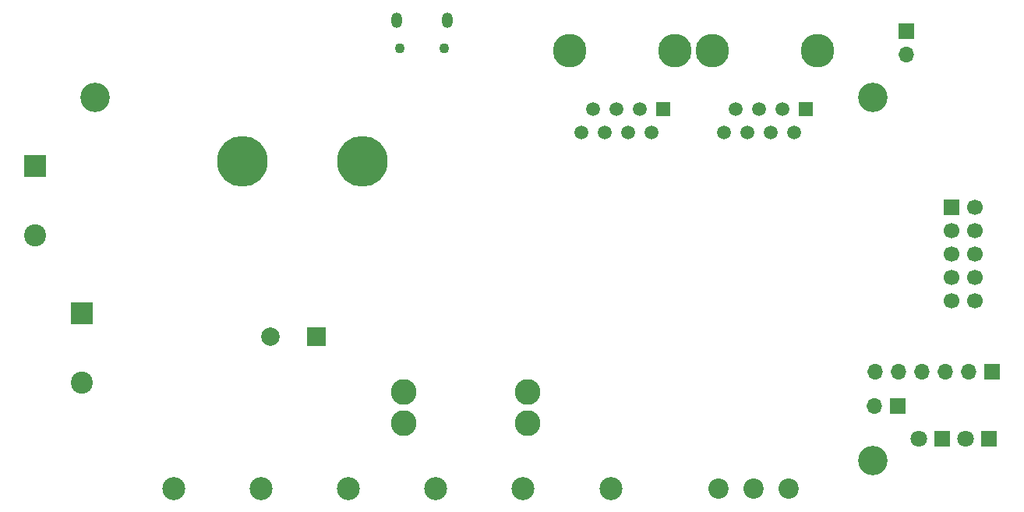
<source format=gbr>
G04 #@! TF.GenerationSoftware,KiCad,Pcbnew,(2017-06-06 revision a18d72b5d)-makepkg*
G04 #@! TF.CreationDate,2017-08-15T07:41:38+02:00*
G04 #@! TF.ProjectId,MPPT_charger_20A,4D5050545F636861726765725F323041,rev?*
G04 #@! TF.FileFunction,Soldermask,Bot*
G04 #@! TF.FilePolarity,Negative*
%FSLAX46Y46*%
G04 Gerber Fmt 4.6, Leading zero omitted, Abs format (unit mm)*
G04 Created by KiCad (PCBNEW (2017-06-06 revision a18d72b5d)-makepkg) date 08/15/17 07:41:38*
%MOMM*%
%LPD*%
G01*
G04 APERTURE LIST*
%ADD10C,0.100000*%
%ADD11C,5.500000*%
%ADD12C,1.700000*%
%ADD13R,1.700000X1.700000*%
%ADD14C,3.200000*%
%ADD15C,2.500000*%
%ADD16C,2.000000*%
%ADD17R,2.000000X2.000000*%
%ADD18C,2.200000*%
%ADD19O,1.200000X1.700000*%
%ADD20C,1.100000*%
%ADD21C,2.400000*%
%ADD22R,2.400000X2.400000*%
%ADD23O,1.700000X1.700000*%
%ADD24C,3.650000*%
%ADD25R,1.500000X1.500000*%
%ADD26C,1.500000*%
%ADD27C,2.800000*%
%ADD28R,1.800000X1.800000*%
%ADD29C,1.800000*%
G04 APERTURE END LIST*
D10*
D11*
X142500000Y-95000000D03*
X129500000Y-95000000D03*
D12*
X209040000Y-110160000D03*
X206500000Y-110160000D03*
X209040000Y-107620000D03*
X206500000Y-107620000D03*
X209040000Y-105080000D03*
X206500000Y-105080000D03*
X209040000Y-102540000D03*
X206500000Y-102540000D03*
X209040000Y-100000000D03*
D13*
X206500000Y-100000000D03*
D14*
X113500000Y-88000000D03*
D15*
X122000000Y-130500000D03*
X131500000Y-130500000D03*
D16*
X132500000Y-114000000D03*
D17*
X137500000Y-114000000D03*
D18*
X185000000Y-130500000D03*
X181190000Y-130500000D03*
X188810000Y-130500000D03*
D14*
X198000000Y-127500000D03*
X198000000Y-88000000D03*
D19*
X146270000Y-79620000D03*
X151730000Y-79620000D03*
D20*
X146580000Y-82700000D03*
X151420000Y-82700000D03*
D21*
X112000000Y-119000000D03*
D22*
X112000000Y-111500000D03*
D21*
X107000000Y-103000000D03*
D22*
X107000000Y-95500000D03*
D15*
X169500000Y-130500000D03*
X160000000Y-130500000D03*
X141000000Y-130500000D03*
X150500000Y-130500000D03*
D23*
X201600000Y-83400000D03*
D13*
X201600000Y-80860000D03*
D24*
X165035000Y-82940000D03*
X176465000Y-82940000D03*
D25*
X175195000Y-89290000D03*
D26*
X173925000Y-91830000D03*
X172655000Y-89290000D03*
X171385000Y-91830000D03*
X170115000Y-89290000D03*
X168845000Y-91830000D03*
X167575000Y-89290000D03*
X166305000Y-91830000D03*
X181805000Y-91830000D03*
X183075000Y-89290000D03*
X184345000Y-91830000D03*
X185615000Y-89290000D03*
X186885000Y-91830000D03*
X188155000Y-89290000D03*
X189425000Y-91830000D03*
D25*
X190695000Y-89290000D03*
D24*
X191965000Y-82940000D03*
X180535000Y-82940000D03*
D13*
X210900000Y-117800000D03*
D23*
X208360000Y-117800000D03*
X205820000Y-117800000D03*
X203280000Y-117800000D03*
X200740000Y-117800000D03*
X198200000Y-117800000D03*
D13*
X200700000Y-121600000D03*
D23*
X198160000Y-121600000D03*
D27*
X147030000Y-120000000D03*
X147030000Y-123400000D03*
X160500000Y-120000000D03*
X160500000Y-123400000D03*
D28*
X205500000Y-125100000D03*
D29*
X202960000Y-125100000D03*
D28*
X210600000Y-125100000D03*
D29*
X208060000Y-125100000D03*
M02*

</source>
